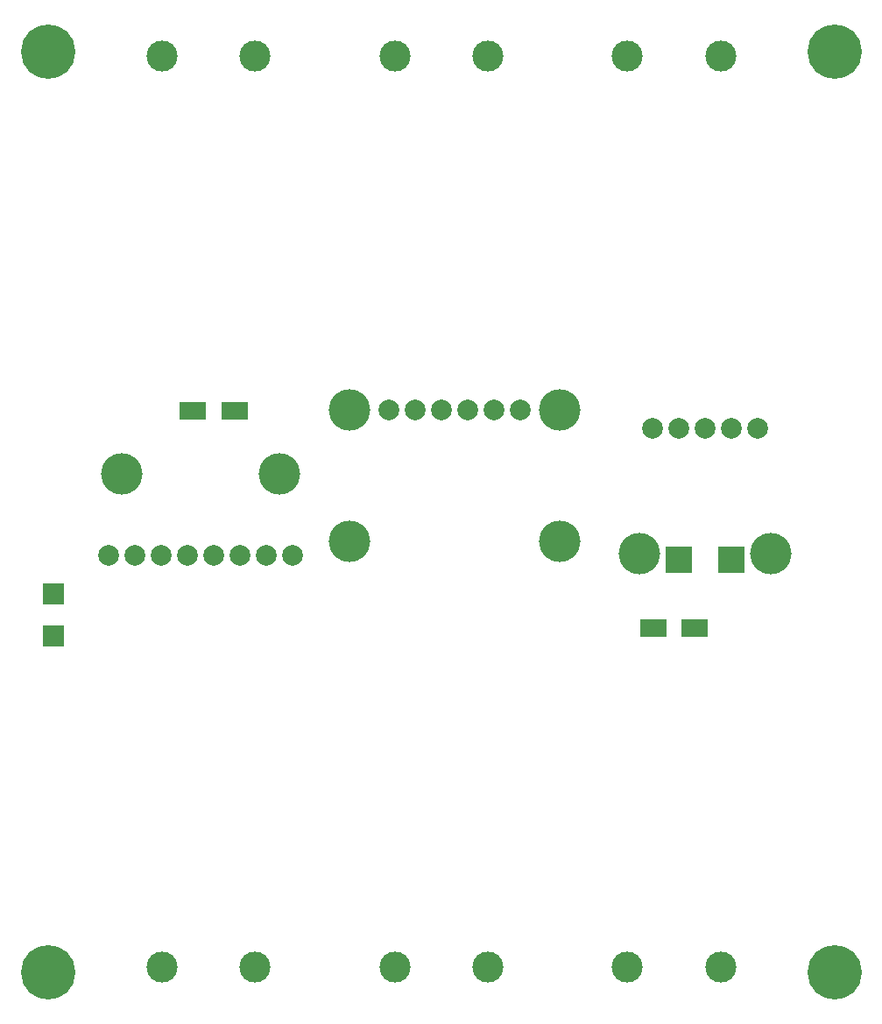
<source format=gbr>
%TF.GenerationSoftware,KiCad,Pcbnew,(5.1.10)-1*%
%TF.CreationDate,2022-06-07T20:51:06-07:00*%
%TF.ProjectId,solar-panel-NoCutout,736f6c61-722d-4706-916e-656c2d4e6f43,1.1*%
%TF.SameCoordinates,Original*%
%TF.FileFunction,Soldermask,Top*%
%TF.FilePolarity,Negative*%
%FSLAX46Y46*%
G04 Gerber Fmt 4.6, Leading zero omitted, Abs format (unit mm)*
G04 Created by KiCad (PCBNEW (5.1.10)-1) date 2022-06-07 20:51:06*
%MOMM*%
%LPD*%
G01*
G04 APERTURE LIST*
%ADD10C,3.000000*%
%ADD11R,2.000000X2.000000*%
%ADD12C,4.000000*%
%ADD13C,2.000000*%
%ADD14C,5.250000*%
%ADD15R,2.500000X2.500000*%
%ADD16R,2.500000X1.700000*%
G04 APERTURE END LIST*
D10*
%TO.C,SC4*%
X117500000Y-70750000D03*
X126500000Y-70750000D03*
%TD*%
D11*
%TO.C,J7*%
X107000000Y-126800000D03*
%TD*%
%TO.C,J6*%
X107000000Y-122750000D03*
%TD*%
D12*
%TO.C,U1*%
X155910000Y-117600000D03*
X135590000Y-117600000D03*
X155910000Y-104900000D03*
D13*
X149560000Y-104900000D03*
X147020000Y-104900000D03*
X152100000Y-104900000D03*
X139400000Y-104900000D03*
X141940000Y-104900000D03*
X144480000Y-104900000D03*
D12*
X135590000Y-104900000D03*
%TD*%
D14*
%TO.C,J2*%
X106500000Y-70300000D03*
%TD*%
%TO.C,J5*%
X182500000Y-159300000D03*
%TD*%
%TO.C,J4*%
X182500000Y-70300000D03*
%TD*%
%TO.C,J3*%
X106500000Y-159300000D03*
%TD*%
D12*
%TO.C,U3*%
X113630000Y-111126000D03*
X128870000Y-111126000D03*
D13*
X117440000Y-119000000D03*
X119980000Y-119000000D03*
X112360000Y-119000000D03*
X114900000Y-119000000D03*
X130140000Y-119000000D03*
X127600000Y-119000000D03*
X125060000Y-119000000D03*
X122520000Y-119000000D03*
%TD*%
D15*
%TO.C,U2*%
X167460000Y-119450000D03*
X172540000Y-119450000D03*
D12*
X163650000Y-118815000D03*
X176350000Y-118815000D03*
D13*
X175080000Y-106750000D03*
X172540000Y-106750000D03*
X164920000Y-106750000D03*
X167460000Y-106750000D03*
X170000000Y-106750000D03*
%TD*%
D10*
%TO.C,SC6*%
X171500000Y-70750000D03*
X162500000Y-70750000D03*
%TD*%
%TO.C,SC5*%
X140000000Y-70750000D03*
X149000000Y-70750000D03*
%TD*%
%TO.C,SC3*%
X117500000Y-158750000D03*
X126500000Y-158750000D03*
%TD*%
%TO.C,SC2*%
X140000000Y-158750000D03*
X149000000Y-158750000D03*
%TD*%
%TO.C,SC1*%
X162500000Y-158750000D03*
X171500000Y-158750000D03*
%TD*%
D16*
%TO.C,D2*%
X124500000Y-105000000D03*
X120500000Y-105000000D03*
%TD*%
%TO.C,D1*%
X169000000Y-126000000D03*
X165000000Y-126000000D03*
%TD*%
M02*

</source>
